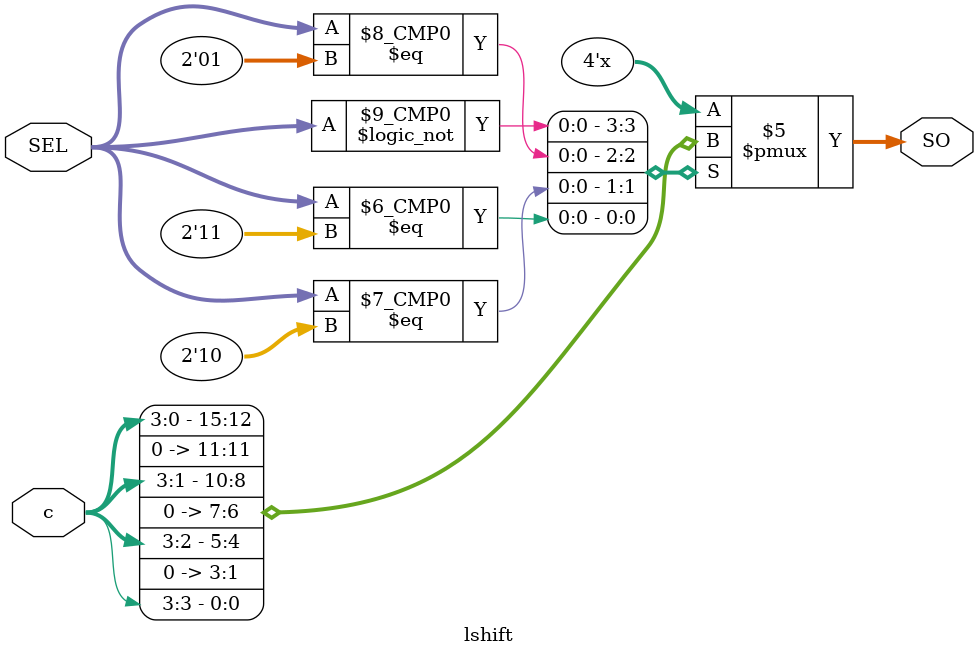
<source format=v>
`timescale 1ns / 1ps
module lshift (c, SEL, SO); // in in out 
input  [3:0] c;  // output of mux C
input  [1:0] SEL;  // magnitude |e1=e2|
output [3:0] SO;   // // output
reg    [3:0] SO;  
 
  always @(c or SEL)  
  begin  
    case (SEL)  
      2'b00   : SO <= c;  
      2'b01   : SO <= c >> 1;  
      2'b10   : SO <= c >> 2;  
      2'b11   : SO <= c >> 3; 
    endcase  
  end  
endmodule
</source>
